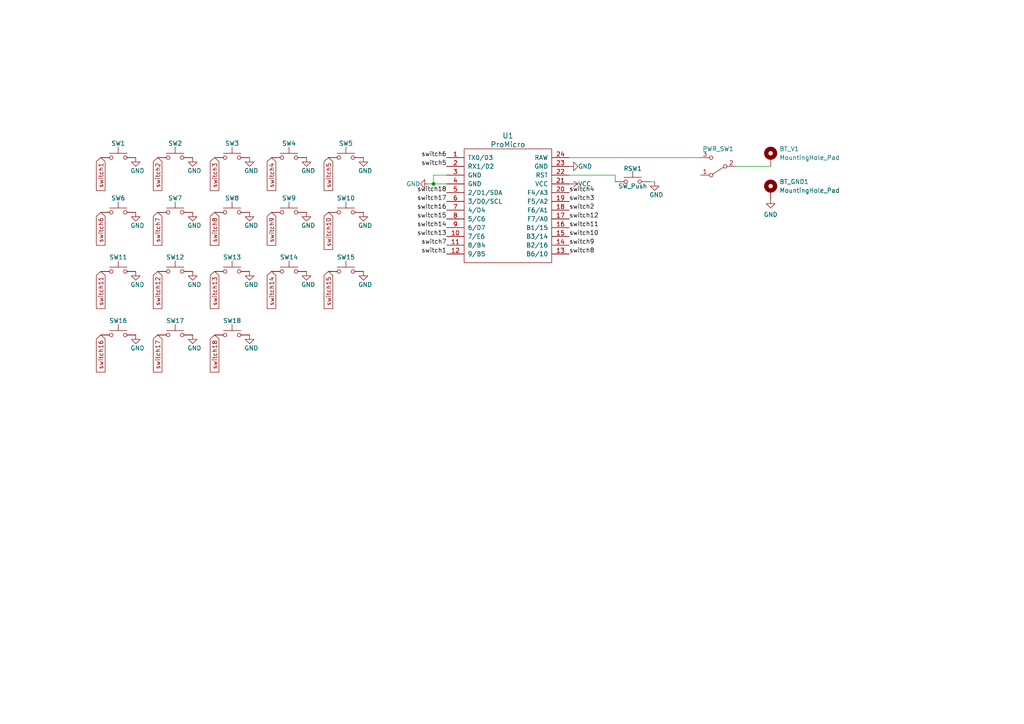
<source format=kicad_sch>
(kicad_sch (version 20211123) (generator eeschema)
  (paper "A4")
  (lib_symbols
    (symbol "Sweepy:ProMicro" (pin_names (offset 1.016))
      (property "Reference" "U" (at 0 19.05 0))
      (property "Value" "ProMicro" (at 0 -19.05 0))
      (symbol "ProMicro_0_1"
        (rectangle (start -12.7 16.51) (end 12.7 -16.51))
      )
      (symbol "ProMicro_1_1"
        (pin bidirectional line (at -17.78 13.97 0) (length 5.08) (name "TX0/D3") (number "1"))
        (pin bidirectional line (at -17.78 -8.89 0) (length 5.08) (name "7/E6") (number "10"))
        (pin bidirectional line (at -17.78 -11.43 0) (length 5.08) (name "8/B4") (number "11"))
        (pin bidirectional line (at -17.78 -13.97 0) (length 5.08) (name "9/B5") (number "12"))
        (pin bidirectional line (at 17.78 -13.97 180) (length 5.08) (name "B6/10") (number "13"))
        (pin bidirectional line (at 17.78 -11.43 180) (length 5.08) (name "B2/16") (number "14"))
        (pin bidirectional line (at 17.78 -8.89 180) (length 5.08) (name "B3/14") (number "15"))
        (pin bidirectional line (at 17.78 -6.35 180) (length 5.08) (name "B1/15") (number "16"))
        (pin bidirectional line (at 17.78 -3.81 180) (length 5.08) (name "F7/A0") (number "17"))
        (pin bidirectional line (at 17.78 -1.27 180) (length 5.08) (name "F6/A1") (number "18"))
        (pin bidirectional line (at 17.78 1.27 180) (length 5.08) (name "F5/A2") (number "19"))
        (pin bidirectional line (at -17.78 11.43 0) (length 5.08) (name "RX1/D2") (number "2"))
        (pin bidirectional line (at 17.78 3.81 180) (length 5.08) (name "F4/A3") (number "20"))
        (pin power_in line (at 17.78 6.35 180) (length 5.08) (name "VCC") (number "21"))
        (pin input line (at 17.78 8.89 180) (length 5.08) (name "RST") (number "22"))
        (pin power_in line (at 17.78 11.43 180) (length 5.08) (name "GND") (number "23"))
        (pin power_out line (at 17.78 13.97 180) (length 5.08) (name "RAW") (number "24"))
        (pin power_in line (at -17.78 8.89 0) (length 5.08) (name "GND") (number "3"))
        (pin power_in line (at -17.78 6.35 0) (length 5.08) (name "GND") (number "4"))
        (pin bidirectional line (at -17.78 3.81 0) (length 5.08) (name "2/D1/SDA") (number "5"))
        (pin bidirectional line (at -17.78 1.27 0) (length 5.08) (name "3/D0/SCL") (number "6"))
        (pin bidirectional line (at -17.78 -1.27 0) (length 5.08) (name "4/D4") (number "7"))
        (pin bidirectional line (at -17.78 -3.81 0) (length 5.08) (name "5/C6") (number "8"))
        (pin bidirectional line (at -17.78 -6.35 0) (length 5.08) (name "6/D7") (number "9"))
      )
    )
    (symbol "Mechanical:MountingHole_Pad" (pin_numbers hide) (pin_names (offset 1.016) hide)
      (property "Reference" "H" (at 0 6.35 0))
      (property "Value" "MountingHole_Pad" (at 0 4.445 0))
      (symbol "MountingHole_Pad_0_1"
        (circle (center 0 1.27) (radius 1.27) (stroke (width 1.27)))
      )
      (symbol "MountingHole_Pad_1_1"
        (pin input line (at 0 -2.54 90) (length 2.54) (name "1") (number "1"))
      )
    )
    (symbol "Switch:SW_Push" (pin_numbers hide) (pin_names (offset 1.016) hide)
      (property "Reference" "SW" (at 1.27 2.54 0))
      (property "Value" "SW_Push" (at 0 -1.524 0))
      (symbol "SW_Push_0_1"
        (circle (center -2.032 0) (radius 0.508))
        (polyline (pts (xy 0 1.27) (xy 0 3.048)))
        (polyline (pts (xy 2.54 1.27) (xy -2.54 1.27)))
        (circle (center 2.032 0) (radius 0.508))
        (pin passive line (at -5.08 0 0) (length 2.54) (name "1") (number "1"))
        (pin passive line (at 5.08 0 180) (length 2.54) (name "2") (number "2"))
      )
    )
    (symbol "Switch:SW_SPDT" (pin_names (offset 0) hide)
      (property "Reference" "SW" (at 0 4.318 0))
      (property "Value" "SW_SPDT" (at 0 -5.08 0))
      (symbol "SW_SPDT_0_0"
        (circle (center -2.032 0) (radius 0.508))
        (circle (center 2.032 -2.54) (radius 0.508))
      )
      (symbol "SW_SPDT_0_1"
        (polyline (pts (xy -1.524 0.254) (xy 1.651 2.286)))
        (circle (center 2.032 2.54) (radius 0.508))
      )
      (symbol "SW_SPDT_1_1"
        (pin passive line (at 5.08 2.54 180) (length 2.54) (name "A") (number "1"))
        (pin passive line (at -5.08 0 0) (length 2.54) (name "B") (number "2"))
        (pin passive line (at 5.08 -2.54 180) (length 2.54) (name "C") (number "3"))
      )
    )
    (symbol "power:GND" (power) (pin_names (offset 0))
      (property "Value" "GND" (at 0 -3.81 0))
      (symbol "GND_0_1"
        (polyline (pts (xy 0 0) (xy 0 -1.27) (xy 1.27 -1.27) (xy 0 -2.54) (xy -1.27 -1.27) (xy 0 -1.27)))
      )
      (symbol "GND_1_1"
        (pin power_in line (at 0 0 270) (length 0) hide (name "GND") (number "1"))
      )
    )
    (symbol "power:VCC" (power) (pin_names (offset 0))
      (property "Value" "VCC" (at 0 3.81 0))
      (symbol "VCC_0_1"
        (polyline (pts (xy -0.762 1.27) (xy 0 2.54)))
        (polyline (pts (xy 0 0) (xy 0 2.54)))
        (polyline (pts (xy 0 2.54) (xy 0.762 1.27)))
      )
      (symbol "VCC_1_1"
        (pin power_in line (at 0 0 90) (length 0) hide (name "VCC") (number "1"))
      )
    )
  )
  (junction (at 125.73 53.34))
  (wire (pts (xy 213.36 48.26) (xy 223.52 48.26)))
  (wire (pts (xy 125.73 50.8) (xy 125.73 53.34)))
  (wire (pts (xy 129.54 50.8) (xy 125.73 50.8)))
  (wire (pts (xy 124.46 53.34) (xy 125.73 53.34)))
  (wire (pts (xy 165.1 45.72) (xy 203.2 45.72)))
  (wire (pts (xy 189.865 52.705) (xy 188.595 52.705)))
  (wire (pts (xy 125.73 53.34) (xy 129.54 53.34)))
  (wire (pts (xy 165.1 50.8) (xy 178.435 50.8)))
  (wire (pts (xy 178.435 50.8) (xy 178.435 52.705)))
  (label "switch10" (at 165.1 68.58 0))
  (label "switch15" (at 129.54 63.5 180))
  (label "switch16" (at 129.54 60.96 180))
  (label "switch6" (at 129.54 45.72 180))
  (label "switch14" (at 129.54 66.04 180))
  (label "switch3" (at 165.1 58.42 0))
  (label "switch8" (at 165.1 73.66 0))
  (label "switch13" (at 129.54 68.58 180))
  (label "switch17" (at 129.54 58.42 180))
  (label "switch7" (at 129.54 71.12 180))
  (label "switch18" (at 129.54 55.88 180))
  (label "switch1" (at 129.54 73.66 180))
  (label "switch11" (at 165.1 66.04 0))
  (label "switch9" (at 165.1 71.12 0))
  (label "switch12" (at 165.1 63.5 0))
  (label "switch4" (at 165.1 55.88 0))
  (label "switch5" (at 129.54 48.26 180))
  (label "switch2" (at 165.1 60.96 0))
  (global_label "switch4" (shape input) (at 78.74 45.72 270) (property "Intersheet References" "${INTERSHEET_REFS}" (effects hide)))
  (global_label "switch14" (shape input) (at 78.74 78.74 270) (property "Intersheet References" "${INTERSHEET_REFS}" (effects hide)))
  (global_label "switch13" (shape input) (at 62.23 78.74 270) (property "Intersheet References" "${INTERSHEET_REFS}" (effects hide)))
  (global_label "switch15" (shape input) (at 95.25 78.74 270) (property "Intersheet References" "${INTERSHEET_REFS}" (effects hide)))
  (global_label "switch6" (shape input) (at 29.21 61.595 270) (property "Intersheet References" "${INTERSHEET_REFS}" (effects hide)))
  (global_label "switch3" (shape input) (at 62.23 45.72 270) (property "Intersheet References" "${INTERSHEET_REFS}" (effects hide)))
  (global_label "switch8" (shape input) (at 62.23 61.595 270) (property "Intersheet References" "${INTERSHEET_REFS}" (effects hide)))
  (global_label "switch12" (shape input) (at 45.72 78.74 270) (property "Intersheet References" "${INTERSHEET_REFS}" (effects hide)))
  (global_label "switch1" (shape input) (at 29.21 45.72 270) (property "Intersheet References" "${INTERSHEET_REFS}" (effects hide)))
  (global_label "switch2" (shape input) (at 45.72 45.72 270) (property "Intersheet References" "${INTERSHEET_REFS}" (effects hide)))
  (global_label "switch7" (shape input) (at 45.72 61.595 270) (property "Intersheet References" "${INTERSHEET_REFS}" (effects hide)))
  (global_label "switch17" (shape input) (at 45.72 97.155 270) (property "Intersheet References" "${INTERSHEET_REFS}" (effects hide)))
  (global_label "switch18" (shape input) (at 62.23 97.155 270) (property "Intersheet References" "${INTERSHEET_REFS}" (effects hide)))
  (global_label "switch10" (shape input) (at 95.25 61.595 270) (property "Intersheet References" "${INTERSHEET_REFS}" (effects hide)))
  (global_label "switch5" (shape input) (at 95.25 45.72 270) (property "Intersheet References" "${INTERSHEET_REFS}" (effects hide)))
  (global_label "switch16" (shape input) (at 29.21 97.155 270) (property "Intersheet References" "${INTERSHEET_REFS}" (effects hide)))
  (global_label "switch9" (shape input) (at 78.74 61.595 270) (property "Intersheet References" "${INTERSHEET_REFS}" (effects hide)))
  (global_label "switch11" (shape input) (at 29.21 78.74 270) (property "Intersheet References" "${INTERSHEET_REFS}" (effects hide)))
  (symbol (lib_id "Switch:SW_Push") (at 67.31 61.595 0) (unit 1)
    (property "Reference" "SW8" (at 67.31 57.465 0))
    (property "Value" "SW_Push" (effects hide))
    (property "Footprint" "Sweepy:choc_switch_reversible" (effects hide))
  )
  (symbol (lib_id "power:GND") (at 39.37 78.74 0) (unit 1)
    (property "Reference" "#PWR016" (effects hide))
    (property "Value" "GND" (at 41.91 82.55 0) (effects (justify right)))
  )
  (symbol (lib_id "Switch:SW_Push") (at 67.31 97.155 0) (unit 1)
    (property "Reference" "SW18" (at 67.31 93.025 0))
    (property "Value" "SW_Push" (effects hide))
    (property "Footprint" "Sweepy:choc_switch_reversible" (effects hide))
  )
  (symbol (lib_id "Switch:SW_Push") (at 100.33 78.74 0) (unit 1)
    (property "Reference" "SW15" (at 100.33 74.61 0))
    (property "Value" "SW_Push" (effects hide))
    (property "Footprint" "Sweepy:choc_switch_reversible" (effects hide))
  )
  (symbol (lib_id "power:GND") (at 88.9 61.595 0) (unit 1)
    (property "Reference" "#PWR014" (effects hide))
    (property "Value" "GND" (at 91.44 65.405 0) (effects (justify right)))
  )
  (symbol (lib_id "power:GND") (at 39.37 97.155 0) (unit 1)
    (property "Reference" "#PWR021" (effects hide))
    (property "Value" "GND" (at 41.91 100.965 0) (effects (justify right)))
  )
  (symbol (lib_id "power:GND") (at 105.41 61.595 0) (unit 1)
    (property "Reference" "#PWR015" (effects hide))
    (property "Value" "GND" (at 107.95 65.405 0) (effects (justify right)))
  )
  (symbol (lib_id "Switch:SW_Push") (at 34.29 45.72 0) (unit 1)
    (property "Reference" "SW1" (at 34.29 41.59 0))
    (property "Value" "SW_Push" (effects hide))
    (property "Footprint" "Sweepy:choc_switch_reversible" (effects hide))
  )
  (symbol (lib_id "power:GND") (at 55.88 97.155 0) (unit 1)
    (property "Reference" "#PWR022" (effects hide))
    (property "Value" "GND" (at 58.42 100.965 0) (effects (justify right)))
  )
  (symbol (lib_id "Switch:SW_SPDT") (at 208.28 48.26 180) (unit 1)
    (property "Reference" "PWR_SW1" (at 208.28 43.18 0))
    (property "Value" "SW_SPDT" (effects hide))
    (property "Footprint" "Kailh:SPDT_C128955" (effects hide))
  )
  (symbol (lib_id "power:GND") (at 223.52 57.785 0) (unit 1)
    (property "Reference" "#PWR010" (effects hide))
    (property "Value" "GND" (at 223.52 62.23 0))
  )
  (symbol (lib_id "Switch:SW_Push") (at 34.29 78.74 0) (unit 1)
    (property "Reference" "SW11" (at 34.29 74.61 0))
    (property "Value" "SW_Push" (effects hide))
    (property "Footprint" "Sweepy:choc_switch_reversible" (effects hide))
  )
  (symbol (lib_id "power:GND") (at 72.39 78.74 0) (unit 1)
    (property "Reference" "#PWR018" (effects hide))
    (property "Value" "GND" (at 74.93 82.55 0) (effects (justify right)))
  )
  (symbol (lib_id "Switch:SW_Push") (at 83.82 78.74 0) (unit 1)
    (property "Reference" "SW14" (at 83.82 74.61 0))
    (property "Value" "SW_Push" (effects hide))
    (property "Footprint" "Sweepy:choc_switch_reversible" (effects hide))
  )
  (symbol (lib_id "Switch:SW_Push") (at 100.33 45.72 0) (unit 1)
    (property "Reference" "SW5" (at 100.33 41.59 0))
    (property "Value" "SW_Push" (effects hide))
    (property "Footprint" "Sweepy:choc_switch_reversible" (effects hide))
  )
  (symbol (lib_id "power:GND") (at 165.1 48.26 90) (unit 1)
    (property "Reference" "#PWR06" (effects hide))
    (property "Value" "GND" (at 167.64 48.26 90) (effects (justify right)))
  )
  (symbol (lib_id "Switch:SW_Push") (at 34.29 97.155 0) (unit 1)
    (property "Reference" "SW16" (at 34.29 93.025 0))
    (property "Value" "SW_Push" (effects hide))
    (property "Footprint" "Sweepy:choc_switch_reversible" (effects hide))
  )
  (symbol (lib_id "Switch:SW_Push") (at 83.82 61.595 0) (unit 1)
    (property "Reference" "SW9" (at 83.82 57.465 0))
    (property "Value" "SW_Push" (effects hide))
    (property "Footprint" "Sweepy:choc_switch_reversible" (effects hide))
  )
  (symbol (lib_id "Switch:SW_Push") (at 50.8 61.595 0) (unit 1)
    (property "Reference" "SW7" (at 50.8 57.465 0))
    (property "Value" "SW_Push" (effects hide))
    (property "Footprint" "Sweepy:choc_switch_reversible" (effects hide))
  )
  (symbol (lib_id "Switch:SW_Push") (at 100.33 61.595 0) (unit 1)
    (property "Reference" "SW10" (at 100.33 57.465 0))
    (property "Value" "SW_Push" (effects hide))
    (property "Footprint" "Sweepy:choc_switch_reversible" (effects hide))
  )
  (symbol (lib_id "power:GND") (at 72.39 97.155 0) (unit 1)
    (property "Reference" "#PWR023" (effects hide))
    (property "Value" "GND" (at 74.93 100.965 0) (effects (justify right)))
  )
  (symbol (lib_id "power:GND") (at 189.865 52.705 0) (unit 1)
    (property "Reference" "#PWR07" (effects hide))
    (property "Value" "GND" (at 192.405 56.515 0) (effects (justify right)))
  )
  (symbol (lib_id "power:GND") (at 55.88 61.595 0) (unit 1)
    (property "Reference" "#PWR012" (effects hide))
    (property "Value" "GND" (at 58.42 65.405 0) (effects (justify right)))
  )
  (symbol (lib_id "Switch:SW_Push") (at 50.8 78.74 0) (unit 1)
    (property "Reference" "SW12" (at 50.8 74.61 0))
    (property "Value" "SW_Push" (effects hide))
    (property "Footprint" "Sweepy:choc_switch_reversible" (effects hide))
  )
  (symbol (lib_id "power:GND") (at 88.9 45.72 0) (unit 1)
    (property "Reference" "#PWR04" (effects hide))
    (property "Value" "GND" (at 91.44 49.53 0) (effects (justify right)))
  )
  (symbol (lib_id "power:GND") (at 105.41 45.72 0) (unit 1)
    (property "Reference" "#PWR05" (effects hide))
    (property "Value" "GND" (at 107.95 49.53 0) (effects (justify right)))
  )
  (symbol (lib_id "Mechanical:MountingHole_Pad") (at 223.52 45.72 0) (unit 1)
    (property "Reference" "BT_V1" (at 226.06 43.1799 0) (effects (justify left)))
    (property "Value" "MountingHole_Pad" (at 226.06 45.7199 0) (effects (justify left)))
    (property "Footprint" "Sweepy:Bat_MountingHole" (effects hide))
  )
  (symbol (lib_id "power:GND") (at 124.46 53.34 270) (unit 1)
    (property "Reference" "#PWR08" (effects hide))
    (property "Value" "GND" (at 121.92 53.34 90) (effects (justify right)))
  )
  (symbol (lib_id "power:GND") (at 105.41 78.74 0) (unit 1)
    (property "Reference" "#PWR020" (effects hide))
    (property "Value" "GND" (at 107.95 82.55 0) (effects (justify right)))
  )
  (symbol (lib_id "power:GND") (at 72.39 61.595 0) (unit 1)
    (property "Reference" "#PWR013" (effects hide))
    (property "Value" "GND" (at 74.93 65.405 0) (effects (justify right)))
  )
  (symbol (lib_id "power:GND") (at 88.9 78.74 0) (unit 1)
    (property "Reference" "#PWR019" (effects hide))
    (property "Value" "GND" (at 91.44 82.55 0) (effects (justify right)))
  )
  (symbol (lib_id "power:VCC") (at 165.1 53.34 270) (unit 1)
    (property "Reference" "#PWR09" (effects hide))
    (property "Value" "VCC" (at 167.64 53.34 90) (effects (justify left)))
  )
  (symbol (lib_id "Switch:SW_Push") (at 83.82 45.72 0) (unit 1)
    (property "Reference" "SW4" (at 83.82 41.59 0))
    (property "Value" "SW_Push" (effects hide))
    (property "Footprint" "Sweepy:choc_switch_reversible" (effects hide))
  )
  (symbol (lib_id "Switch:SW_Push") (at 67.31 45.72 0) (unit 1)
    (property "Reference" "SW3" (at 67.31 41.59 0))
    (property "Value" "SW_Push" (effects hide))
    (property "Footprint" "Sweepy:choc_switch_reversible" (effects hide))
  )
  (symbol (lib_id "power:GND") (at 72.39 45.72 0) (unit 1)
    (property "Reference" "#PWR03" (effects hide))
    (property "Value" "GND" (at 74.93 49.53 0) (effects (justify right)))
  )
  (symbol (lib_id "Mechanical:MountingHole_Pad") (at 223.52 55.245 0) (unit 1)
    (property "Reference" "BT_GND1" (at 226.06 52.7049 0) (effects (justify left)))
    (property "Value" "MountingHole_Pad" (at 226.06 55.2449 0) (effects (justify left)))
    (property "Footprint" "Sweepy:bat_gnd_mountingHole" (effects hide))
  )
  (symbol (lib_id "Switch:SW_Push") (at 67.31 78.74 0) (unit 1)
    (property "Reference" "SW13" (at 67.31 74.61 0))
    (property "Value" "SW_Push" (effects hide))
    (property "Footprint" "Sweepy:choc_switch_reversible" (effects hide))
  )
  (symbol (lib_id "power:GND") (at 39.37 45.72 0) (unit 1)
    (property "Reference" "#PWR01" (effects hide))
    (property "Value" "GND" (at 41.91 49.53 0) (effects (justify right)))
  )
  (symbol (lib_id "power:GND") (at 55.88 45.72 0) (unit 1)
    (property "Reference" "#PWR02" (effects hide))
    (property "Value" "GND" (at 58.42 49.53 0) (effects (justify right)))
  )
  (symbol (lib_id "Switch:SW_Push") (at 34.29 61.595 0) (unit 1)
    (property "Reference" "SW6" (at 34.29 57.465 0))
    (property "Value" "SW_Push" (effects hide))
    (property "Footprint" "Sweepy:choc_switch_reversible" (effects hide))
  )
  (symbol (lib_id "Switch:SW_Push") (at 50.8 97.155 0) (unit 1)
    (property "Reference" "SW17" (at 50.8 93.025 0))
    (property "Value" "SW_Push" (effects hide))
    (property "Footprint" "Sweepy:choc_switch_reversible" (effects hide))
  )
  (symbol (lib_id "Switch:SW_Push") (at 183.515 52.705 0) (unit 1)
    (property "Reference" "RSW1" (at 183.515 48.895 0))
    (property "Value" "SW_Push" (at 183.515 53.975 0))
    (property "Footprint" "Sweepy:reset_switch" (effects hide))
  )
  (symbol (lib_id "power:GND") (at 39.37 61.595 0) (unit 1)
    (property "Reference" "#PWR011" (effects hide))
    (property "Value" "GND" (at 41.91 65.405 0) (effects (justify right)))
  )
  (symbol (lib_id "Sweepy:ProMicro") (at 147.32 59.69 0) (unit 1)
    (property "Reference" "U1" (at 147.32 39.37 0) (effects (font (size 1.524 1.524))))
    (property "Value" "ProMicro" (at 147.32 41.91 0) (effects (font (size 1.524 1.524))))
    (property "Footprint" "kbd:ProMicro_v3_min" (effects hide))
  )
  (symbol (lib_id "Switch:SW_Push") (at 50.8 45.72 0) (unit 1)
    (property "Reference" "SW2" (at 50.8 41.59 0))
    (property "Value" "SW_Push" (effects hide))
    (property "Footprint" "Sweepy:choc_switch_reversible" (effects hide))
  )
  (symbol (lib_id "power:GND") (at 55.88 78.74 0) (unit 1)
    (property "Reference" "#PWR017" (effects hide))
    (property "Value" "GND" (at 58.42 82.55 0) (effects (justify right)))
  )
)
</source>
